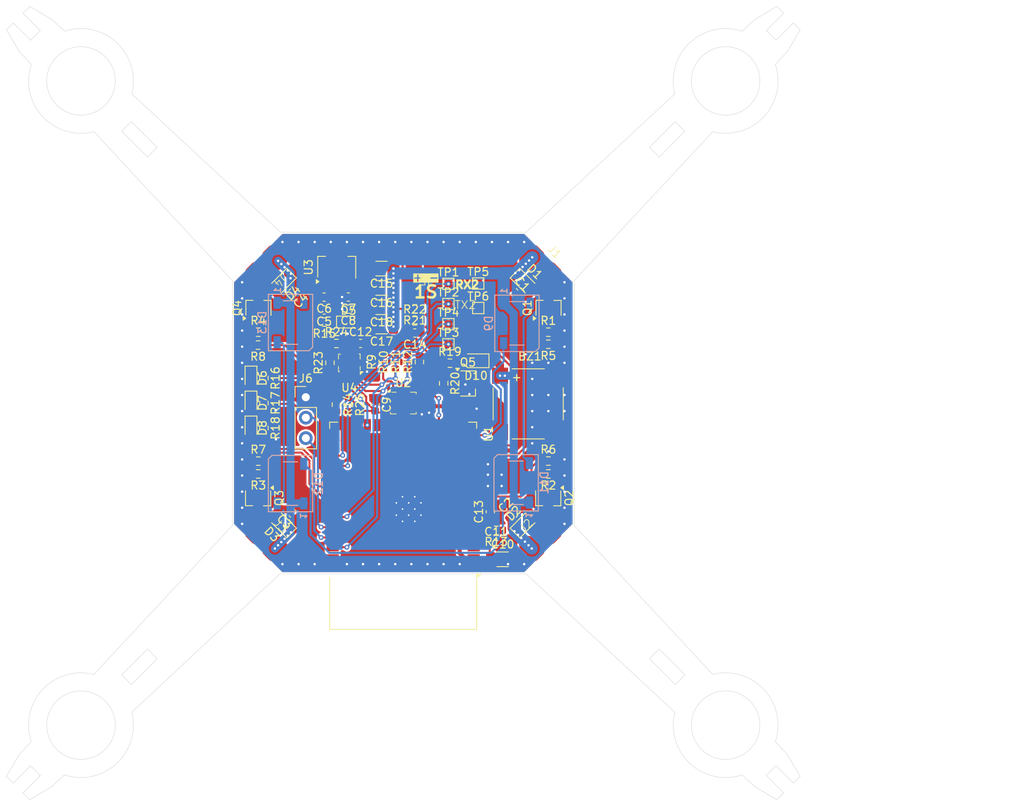
<source format=kicad_pcb>
(kicad_pcb (version 20241229) (generator "pcbnew") (generator_version "9.0")
  (layers (0 "F.Cu" signal) (2 "B.Cu" signal) (13 "F.Paste" user) (15 "B.Paste" user) (5 "F.SilkS" user "F.Silkscreen") (7 "B.SilkS" user "B.Silkscreen") (1 "F.Mask" user) (3 "B.Mask" user) (25 "Edge.Cuts" user))
  (net 0 "")
  (net 1 "Net-(D1-A)")
  (net 2 "VDC")
  (net 3 "Net-(D2-A)")
  (net 4 "Net-(D3-A)")
  (net 5 "Net-(D4-A)")
  (net 6 "GND")
  (net 7 "+3.3V")
  (net 8 "Net-(Q1-G)")
  (net 9 "Net-(Q2-G)")
  (net 10 "Net-(Q3-G)")
  (net 11 "Net-(Q4-G)")
  (net 12 "Motor1Pwm")
  (net 13 "Motor2Pwm")
  (net 14 "Motor3Pwm")
  (net 15 "Motor4Pwm")
  (net 34 "Net-(U1-EN)")
  (net 35 "Net-(U2-SDO)")
  (net 36 "SDA")
  (net 37 "SCL")
  (net 38 "Net-(U2-CSB)")
  (net 39 "IO0")
  (net 40 "Net-(D5-K)")
  (net 41 "Net-(D6-K)")
  (net 42 "Net-(D7-K)")
  (net 43 "Net-(D8-K)")
  (net 44 "RGB")
  (net 45 "LED1")
  (net 46 "LED2")
  (net 47 "LED3")
  (net 48 "Net-(BZ1--)")
  (net 49 "Net-(Q5-G)")
  (net 50 "Buzzer")
  (net 51 "Battery_measure")
  (net 52 "Net-(U4-CSB)")
  (net 53 "Net-(U4-SDO)")
  (net 54 "Net-(D11-DIN)")
  (net 55 "Net-(D11-DOUT)")
  (net 56 "Net-(D12-DOUT)")
  (net 58 "TX0")
  (net 59 "RX0")
  (net 60 "TX2")
  (net 61 "RX2")
  (net 64 "Net-(U1-IO2)")
  (footprint "Capacitor_SMD:C_0603_1608Metric" (layer "F.Cu") (at 130.175 86.84142 180)
    (property "Reference" "C6")
    (property "Value" "100nF")
  )
  (footprint "Resistor_SMD:R_0603_1608Metric" (layer "F.Cu") (at 122 108.800001 180)
    (property "Reference" "R3")
    (property "Value" "10K")
  )
  (footprint "TestPoint:TestPoint_Pad_1.0x1.0mm" (layer "F.Cu") (at 145.6 87.7)
    (property "Reference" "TP2")
    (property "Value" "TestPoint")
  )
  (footprint "Resistor_SMD:R_0603_1608Metric" (layer "F.Cu") (at 122 107.21)
    (property "Reference" "R7")
    (property "Value" "10R")
  )
  (footprint "Capacitor_SMD:C_0603_1608Metric" (layer "F.Cu") (at 134.7 92.6)
    (property "Reference" "C12")
    (property "Value" "100nF")
  )
  (footprint "Resistor_SMD:R_0603_1608Metric" (layer "F.Cu") (at 158 107.2)
    (property "Reference" "R6")
    (property "Value" "10R")
  )
  (footprint "Capacitor_SMD:C_0603_1608Metric" (layer "F.Cu") (at 126.272792 86.272792 -135)
    (property "Reference" "C4")
    (property "Value" "1uF")
  )
  (footprint "TestPoint:TestPoint_Pad_1.0x1.0mm" (layer "F.Cu") (at 149.3 85.15)
    (property "Reference" "TP5")
    (property "Value" "TestPoint")
  )
  (footprint "Resistor_SMD:R_0603_1608Metric" (layer "F.Cu") (at 137.5 94.9 90)
    (property "Reference" "R9")
    (property "Value" "10K")
  )
  (footprint "Capacitor_SMD:C_0603_1608Metric" (layer "F.Cu") (at 153.727208 113.727208 45)
    (property "Reference" "C2")
    (property "Value" "1uF")
  )
  (footprint "Capacitor_SMD:C_1206_3216Metric" (layer "F.Cu") (at 137.300001 90.499999 180)
    (property "Reference" "C17")
    (property "Value" "100uF")
  )
  (footprint "Diode_SMD:D_SOD-323" (layer "F.Cu") (at 155 115 45)
    (property "Reference" "D2")
    (property "Value" "1N4148")
  )
  (footprint "Diode_SMD:D_SOD-323" (layer "F.Cu") (at 155 85 -45)
    (property "Reference" "D1")
    (property "Value" "1N4148")
  )
  (footprint "TiManh:Pad_2x3mm" (layer "F.Cu") (at 157 83 -45)
    (property "Reference" "J1")
    (property "Value" "Motor1")
  )
  (footprint "Capacitor_SMD:C_0603_1608Metric" (layer "F.Cu") (at 141.425 91.3 180)
    (property "Reference" "C14")
    (property "Value" "100nF")
  )
  (footprint "Resistor_SMD:R_0603_1608Metric" (layer "F.Cu") (at 141.425 89.8)
    (property "Reference" "R22")
    (property "Value" "10R")
  )
  (footprint "Capacitor_SMD:C_1206_3216Metric" (layer "F.Cu") (at 137.3 85.699999 180)
    (property "Reference" "C16")
    (property "Value" "100uF")
  )
  (footprint "Resistor_SMD:R_0603_1608Metric" (layer "F.Cu") (at 130.9 95 90)
    (property "Reference" "R23")
    (property "Value" "10K")
  )
  (footprint "Capacitor_SMD:C_0603_1608Metric" (layer "F.Cu") (at 126.272791 113.727209 135)
    (property "Reference" "C3")
    (property "Value" "1uF")
  )
  (footprint "Resistor_SMD:R_0603_1608Metric" (layer "F.Cu") (at 131.7 92.6)
    (property "Reference" "R24")
    (property "Value" "10K")
  )
  (footprint "Diode_SMD:D_SOD-323" (layer "F.Cu") (at 149.02 94.75 180)
    (property "Reference" "D10")
    (property "Value" "1N4148")
  )
  (footprint "Resistor_SMD:R_0603_1608Metric" (layer "F.Cu") (at 158 91.2)
    (property "Reference" "R1")
    (property "Value" "10K")
  )
  (footprint "TestPoint:TestPoint_Pad_1.0x1.0mm" (layer "F.Cu") (at 145.6 90.2)
    (property "Reference" "TP4")
    (property "Value" "TestPoint")
  )
  (footprint "Resistor_SMD:R_0603_1608Metric" (layer "F.Cu") (at 130.2 89.94142 180)
    (property "Reference" "R15")
    (property "Value" "10K")
  )
  (footprint "RF_Module:ESP32-WROOM-32" (layer "F.Cu") (at 139.9825 112.25 180)
    (property "Reference" "U1")
    (property "Value" "ESP32-WROOM-32")
  )
  (footprint "Resistor_SMD:R_0603_1608Metric" (layer "F.Cu") (at 151.525 115.8 180)
    (property "Reference" "R13")
    (property "Value" "10K")
  )
  (footprint "LED_SMD:LED_0603_1608Metric" (layer "F.Cu") (at 121.1 103.1 -90)
    (property "Reference" "D8")
    (property "Value" "LED")
  )
  (footprint "Resistor_SMD:R_0603_1608Metric" (layer "F.Cu") (at 158 92.7 180)
    (property "Reference" "R5")
    (property "Value" "10R")
  )
  (footprint "Capacitor_SMD:C_0603_1608Metric" (layer "F.Cu") (at 133.175001 86.83142 180)
    (property "Reference" "C7")
    (property "Value" "1uF")
  )
  (footprint "TiManh:TSOT-23" (layer "F.Cu") (at 122 111.8 -90)
    (property "Reference" "Q3")
    (property "Value" "NMOS")
  )
  (footprint "Capacitor_SMD:C_0603_1608Metric" (layer "F.Cu") (at 153.758581 86.241419 -45)
    (property "Reference" "C1")
    (property "Value" "1uF")
  )
  (footprint "LED_SMD:LED_0603_1608Metric" (layer "F.Cu") (at 121.1 100 -90)
    (property "Reference" "D7")
    (property "Value" "LED")
  )
  (footprint "TiManh:TSOT-23" (layer "F.Cu") (at 122 88.2 90)
    (property "Reference" "Q4")
    (property "Value" "NMOS")
  )
  (footprint "Diode_SMD:D_SOD-323" (layer "F.Cu") (at 125 115 135)
    (property "Reference" "D3")
    (property "Value" "1N4148")
  )
  (footprint "Package_LGA:Bosch_LGA-8_2x2.5mm_P0.65mm_ClockwisePinNumbering" (layer "F.Cu") (at 133.3 95 180)
    (property "Reference" "U4")
    (property "Value" "BMP280")
  )
  (footprint "Capacitor_SMD:C_0603_1608Metric" (layer "F.Cu") (at 130.175 88.44142 180)
    (property "Reference" "C5")
    (property "Value" "1uF")
  )
  (footprint "TiManh:Pad_2x3mm" (layer "F.Cu") (at 123 117 -45)
    (property "Reference" "J3")
    (property "Value" "Motor3")
  )
  (footprint "Package_TO_SOT_SMD:SOT-89-3" (layer "F.Cu") (at 131.7375 83.14142 90)
    (property "Reference" "U3")
    (property "Value" "HT7833")
  )
  (footprint "TiManh:Pad_2x3mm" (layer "F.Cu") (at 123 83 -135)
    (property "Reference" "J4")
    (property "Value" "Motor4")
  )
  (footprint "Resistor_SMD:R_0603_1608Metric" (layer "F.Cu") (at 145.785 95.05)
    (property "Reference" "R19")
    (property "Value" "10R")
  )
  (footprint "Resistor_SMD:R_0603_1608Metric" (layer "F.Cu") (at 141.425 88.3 180)
    (property "Reference" "R21")
    (property "Value" "10R")
  )
  (footprint "Resistor_SMD:R_0603_1608Metric" (layer "F.Cu") (at 158 108.8 180)
    (property "Reference" "R2")
    (property "Value" "10K")
  )
  (footprint "Capacitor_SMD:C_1206_3216Metric" (layer "F.Cu") (at 137.3 83.3 180)
    (property "Reference" "C15")
    (property "Value" "100uF")
  )
  (footprint "Resistor_SMD:R_0603_1608Metric" (layer "F.Cu") (at 122.7 103.1 -90)
    (property "Reference" "R18")
    (property "Value" "10K")
  )
  (footprint "Resistor_SMD:R_0603_1608Metric" (layer "F.Cu") (at 131.7 100.2 -90)
    (property "Reference" "R14")
    (property "Value" "10K")
  )
  (footprint "Resistor_SMD:R_0603_1608Metric" (layer "F.Cu") (at 145.01 97.55 -90)
    (property "Reference" "R20")
    (property "Value" "10K")
  )
  (footprint "Resistor_SMD:R_0603_1608Metric" (layer "F.Cu") (at 139 94.9 90)
    (property "Reference" "R10")
    (property "Value" "4.7K")
  )
  (footprint "Capacitor_SMD:C_0603_1608Metric" (layer "F.Cu") (at 151.5 117.4)
    (property "Reference" "C11")
    (property "Value" "1uF")
  )
  (footprint "TiManh:Pad_2x3mm" (layer "F.Cu") (at 157 117 45)
    (property "Reference" "J2")
    (property "Value" "Motor2")
  )
  (footprint "Capacitor_SMD:C_1206_3216Metric" (layer "F.Cu") (at 137.3 88.099999 180)
    (property "Reference" "C18")
    (property "Value" "100uF")
  )
  (footprint "TestPoint:TestPoint_Pad_1.0x1.0mm" (layer "F.Cu") (at 145.6 85.2)
    (property "Reference" "TP1")
    (property "Value" "TestPoint")
  )
  (footprint "Package_LGA:Bosch_LGA-14_3x2.5mm_P0.5mm" (layer "F.Cu") (at 140 100)
    (property "Reference" "U2")
    (property "Value" "BMI160")
  )
  (footprint "Resistor_SMD:R_0603_1608Metric" (layer "F.Cu") (at 142 94.9 90)
    (property "Reference" "R12")
    (property "Value" "10K")
  )
  (footprint "Resistor_SMD:R_0603_1608Metric" (layer "F.Cu") (at 140.5 94.9 90)
    (property "Reference" "R11")
    (property "Value" "4.7K")
  )
  (footprint "Capacitor_SMD:C_1206_3216Metric" (layer "F.Cu") (at 152.325 119.4)
    (property "Reference" "C10")
    (property "Value" "100uF")
  )
  (footprint "Resistor_SMD:R_0603_1608Metric" (layer "F.Cu") (at 122 91.2)
    (property "Reference" "R4")
    (property "Value" "10K")
  )
  (footprint "TiManh:Pad_2x3mm" (layer "F.Cu") (at 142.8 82.3 180)
    (property "Reference" "J5")
    (property "Value" "Power")
  )
  (footprint "LED_SMD:LED_0603_1608Metric" (layer "F.Cu") (at 121.1 96.9 -90)
    (property "Reference" "D6")
    (property "Value" "LED")
  )
  (footprint "Resistor_SMD:R_0603_1608Metric" (layer "F.Cu") (at 121.975 92.8 180)
    (property "Reference" "R8")
    (property "Value" "10R")
  )
  (footprint "Connector_PinHeader_2.54mm:PinHeader_1x03_P2.54mm_Vertical" (layer "F.Cu") (at 127.9 99.275)
    (property "Reference" "J6")
    (property "Value" "Conn_01x03")
  )
  (footprint "Capacitor_SMD:C_0603_1608Metric" (layer "F.Cu") (at 133.175 88.34142 180)
    (property "Reference" "C8")
    (property "Value" "100nF")
  )
  (footprint "Resistor_SMD:R_0603_1608Metric" (layer "F.Cu") (at 122.7 100 -90)
    (property "Reference" "R17")
    (property "Value" "10K")
  )
  (footprint "Resistor_SMD:R_0603_1608Metric" (layer "F.Cu") (at 122.7 96.9 -90)
    (property "Reference" "R16")
    (property "Value" "10K")
  )
  (footprint "Diode_SMD:D_SOD-323" (layer "F.Cu") (at 125 85 -135)
    (property "Reference" "D4")
    (property "Value" "1N4148")
  )
  (footprint "Capacitor_SMD:C_0603_1608Metric" (layer "F.Cu") (at 150.8 113.5 90)
    (property "Reference" "C13")
    (property "Value" "100nF")
  )
  (footprint "Resistor_SMD:R_0603_1608Metric" (layer "F.Cu") (at 133.2 100.2 -90)
    (property "Reference" "R25")
    (property "Value" "10K")
  )
  (footprint "Capacitor_SMD:C_0603_1608Metric" (layer "F.Cu") (at 136.5 100.2 -90)
    (property "Reference" "C9")
    (property "Value" "100nF")
  )
  (footprint "TiManh:TSOT-23" (layer "F.Cu") (at 158 111.8 -90)
    (property "Reference" "Q2")
    (property "Value" "NMOS")
  )
  (footprint "TestPoint:TestPoint_Pad_1.0x1.0mm" (layer "F.Cu") (at 149.3 88.2)
    (property "Reference" "TP6")
    (property "Value" "TestPoint")
  )
  (footprint "LED_SMD:LED_0603_1608Metric" (layer "F.Cu") (at 133.2 89.94142)
    (property "Reference" "D5")
    (property "Value" "LED")
  )
  (footprint "TiManh:TSOT-23" (layer "F.Cu") (at 148.01 97.55)
    (property "Reference" "Q5")
    (property "Value" "NMOS")
  )
  (footprint "TestPoint:TestPoint_Pad_1.0x1.0mm" (layer "F.Cu") (at 145.6 92.7)
    (property "Reference" "TP3")
    (property "Value" "TestPoint")
  )
  (footprint "Buzzer_Beeper:PUIAudio_SMT_0825_S_4_R" (layer "F.Cu") (at 155.5 100.1)
    (property "Reference" "BZ1")
    (property "Value" "Buzzer")
  )
  (footprint "TiManh:TSOT-23" (layer "F.Cu") (at 158 88.2 90)
    (property "Reference" "Q1")
    (property "Value" "NMOS")
  )
  (footprint "LED_SMD:LED_WS2812B_PLCC4_5.0x5.0mm_P3.2mm" (layer "B.Cu") (at 126 110 90)
    (property "Reference" "D12")
    (property "Value" "WS2812B")
  )
  (footprint "LED_SMD:LED_WS2812B_PLCC4_5.0x5.0mm_P3.2mm" (layer "B.Cu") (at 154.1 90.1 -90)
    (property "Reference" "D9")
    (property "Value" "WS2812B")
  )
  (footprint "LED_SMD:LED_WS2812B_PLCC4_5.0x5.0mm_P3.2mm" (layer "B.Cu") (at 126 90 -90)
    (property "Reference" "D13")
    (property "Value" "WS2812B")
  )
  (footprint "LED_SMD:LED_WS2812B_PLCC4_5.0x5.0mm_P3.2mm" (layer "B.Cu") (at 154 109.9 90)
    (property "Reference" "D11")
    (property "Value" "WS2812B")
  )
  (gr_line (start 131.7 117.9) (end 131.4 118.1) (stroke (width 0.2)) (layer "F.Cu") (net 37))
  (gr_arc (start 97.959456 53.8286) (mid 104.431073 55.244415) (end 106.3 61.6) (stroke (width 0.05)) (layer "Edge.Cuts"))
  (gr_line (start 186.35 149.25) (end 187.200001 148.4) (stroke (width 0.05)) (layer "Edge.Cuts"))
  (gr_line (start 155.2 78.8) (end 173.7 61.6) (stroke (width 0.05)) (layer "Edge.Cuts"))
  (gr_line (start 187.2 51.6) (end 186.35 50.75) (stroke (width 0.05)) (layer "Edge.Cuts"))
  (gr_arc (start 186.1714 57.959456) (mid 184.755585 64.431073) (end 178.4 66.3) (stroke (width 0.05)) (layer "Edge.Cuts"))
  (gr_line (start 189.25 146.35) (end 187.65 143.65) (stroke (width 0.05)) (layer "Edge.Cuts"))
  (gr_line (start 109.45 131.75) (end 108.25 130.55) (stroke (width 0.05)) (layer "Edge.Cuts"))
  (gr_line (start 161.2 115.2) (end 178.4 133.699999) (stroke (width 0.05)) (layer "Edge.Cuts"))
  (gr_line (start 174.95 133.75) (end 171.75 130.55) (stroke (width 0.05)) (layer "Edge.Cuts"))
  (gr_line (start 161.2 84.8) (end 178.4 66.3) (stroke (width 0.05)) (layer "Edge.Cuts"))
  (gr_line (start 186.25 54.95) (end 188.4 52.8) (stroke (width 0.05)) (layer "Edge.Cuts"))
  (gr_arc (start 178.4 133.699999) (mid 184.760947 135.574687) (end 186.166441 142.05548) (stroke (width 0.05)) (layer "Edge.Cuts"))
  (gr_line (start 185.05 53.75) (end 187.2 51.6) (stroke (width 0.05)) (layer "Edge.Cuts"))
  (gr_line (start 170.55 131.75) (end 173.75 134.949999) (stroke (width 0.05)) (layer "Edge.Cuts"))
  (gr_line (start 97.94452 146.166441) (end 96.35 147.65) (stroke (width 0.05)) (layer "Edge.Cuts"))
  (gr_line (start 105.05 66.25) (end 106.25 65.050001) (stroke (width 0.05)) (layer "Edge.Cuts"))
  (gr_line (start 186.25 145.05) (end 188.4 147.2) (stroke (width 0.05)) (layer "Edge.Cuts"))
  (gr_line (start 93.65 149.25) (end 96.35 147.65) (stroke (width 0.05)) (layer "Edge.Cuts"))
  (gr_line (start 185.050001 146.25) (end 187.200001 148.4) (stroke (width 0.05)) (layer "Edge.Cuts"))
  (gr_line (start 92.345041 143.635064) (end 90.75 146.35) (stroke (width 0.05)) (layer "Edge.Cuts"))
  (gr_line (start 108.25 130.55) (end 105.050001 133.75) (stroke (width 0.05)) (layer "Edge.Cuts"))
  (gr_line (start 90.75 146.35) (end 91.6 147.200001) (stroke (width 0.05)) (layer "Edge.Cuts"))
  (gr_arc (start 182.040544 146.1714) (mid 175.568927 144.755585) (end 173.7 138.4) (stroke (width 0.05)) (layer "Edge.Cuts"))
  (gr_line (start 118.8 115.2) (end 101.6 133.7) (stroke (width 0.05)) (layer "Edge.Cuts"))
  (gr_line (start 182.05548 53.833559) (end 183.65 52.35) (stroke (width 0.05)) (layer "Edge.Cuts"))
  (gr_line (start 183.635064 147.654959) (end 186.35 149.25) (stroke (width 0.05)) (layer "Edge.Cuts"))
  (gr_line (start 173.75 65.05) (end 174.95 66.25) (stroke (width 0.05)) (layer "Edge.Cuts"))
  (gr_line (start 124.7 121.2) (end 155.2 121.2) (stroke (width 0.05)) (layer "Edge.Cuts"))
  (gr_line (start 93.75 54.95) (end 94.949999 53.75) (stroke (width 0.05)) (layer "Edge.Cuts"))
  (gr_line (start 96.364936 52.345041) (end 93.65 50.75) (stroke (width 0.05)) (layer "Edge.Cuts"))
  (gr_line (start 155.2 121.2) (end 173.7 138.4) (stroke (width 0.05)) (layer "Edge.Cuts"))
  (gr_line (start 124.8 78.8) (end 106.3 61.6) (stroke (width 0.05)) (layer "Edge.Cuts"))
  (gr_line (start 118.8 84.8) (end 101.6 66.300001) (stroke (width 0.05)) (layer "Edge.Cuts"))
  (gr_line (start 161.2 84.8) (end 161.2 115.2) (stroke (width 0.05)) (layer "Edge.Cuts"))
  (gr_circle (center 100 60) (end 100 55.75) (stroke (width 0.05)) (fill no) (layer "Edge.Cuts"))
  (gr_line (start 91.6 52.8) (end 90.75 53.65) (stroke (width 0.05)) (layer "Edge.Cuts"))
  (gr_line (start 92.8 148.4) (end 93.65 149.25) (stroke (width 0.05)) (layer "Edge.Cuts"))
  (gr_circle (center 180 60) (end 184.25 60) (stroke (width 0.05)) (fill no) (layer "Edge.Cuts"))
  (gr_line (start 171.75 130.55) (end 170.55 131.75) (stroke (width 0.05)) (layer "Edge.Cuts"))
  (gr_arc (start 101.6 66.300001) (mid 95.239053 64.425313) (end 93.833559 57.94452) (stroke (width 0.05)) (layer "Edge.Cuts"))
  (gr_line (start 118.8 115.2) (end 118.8 84.8) (stroke (width 0.05)) (layer "Edge.Cuts"))
  (gr_line (start 185.05 53.75) (end 186.25 54.95) (stroke (width 0.05)) (layer "Edge.Cuts"))
  (gr_line (start 174.95 133.75) (end 173.75 134.949999) (stroke (width 0.05)) (layer "Edge.Cuts"))
  (gr_line (start 94.949999 53.75) (end 92.799999 51.6) (stroke (width 0.05)) (layer "Edge.Cuts"))
  (gr_line (start 92.345041 143.635064) (end 93.8286 142.040544) (stroke (width 0.05)) (layer "Edge.Cuts"))
  (gr_line (start 93.65 50.75) (end 92.799999 51.6) (stroke (width 0.05)) (layer "Edge.Cuts"))
  (gr_line (start 93.833559 57.94452) (end 92.35 56.35) (stroke (width 0.05)) (layer "Edge.Cuts"))
  (gr_line (start 106.25 134.95) (end 109.45 131.75) (stroke (width 0.05)) (layer "Edge.Cuts"))
  (gr_line (start 90.75 53.65) (end 92.35 56.35) (stroke (width 0.05)) (layer "Edge.Cuts"))
  (gr_line (start 94.95 146.25) (end 92.8 148.4) (stroke (width 0.05)) (layer "Edge.Cuts"))
  (gr_arc (start 93.8286 142.040544) (mid 95.244415 135.568927) (end 101.6 133.7) (stroke (width 0.05)) (layer "Edge.Cuts"))
  (gr_line (start 188.4 147.2) (end 189.25 146.35) (stroke (width 0.05)) (layer "Edge.Cuts"))
  (gr_line (start 170.55 68.25) (end 171.75 69.45) (stroke (width 0.05)) (layer "Edge.Cuts"))
  (gr_line (start 94.95 146.25) (end 93.75 145.050001) (stroke (width 0.05)) (layer "Edge.Cuts"))
  (gr_line (start 187.654959 56.364936) (end 186.1714 57.959456) (stroke (width 0.05)) (layer "Edge.Cuts"))
  (gr_line (start 105.05 66.25) (end 108.25 69.45) (stroke (width 0.05)) (layer "Edge.Cuts"))
  (gr_line (start 124.8 78.8) (end 155.2 78.8) (stroke (width 0.05)) (layer "Edge.Cuts"))
  (gr_line (start 186.166441 142.05548) (end 187.65 143.65) (stroke (width 0.05)) (layer "Edge.Cuts"))
  (gr_line (start 106.25 134.95) (end 105.050001 133.75) (stroke (width 0.05)) (layer "Edge.Cuts"))
  (gr_line (start 124.7 121.2) (end 106.300001 138.4) (stroke (width 0.05)) (layer "Edge.Cuts"))
  (gr_line (start 171.75 69.45) (end 174.95 66.25) (stroke (width 0.05)) (layer "Edge.Cuts"))
  (gr_line (start 186.25 145.05) (end 185.050001 146.25) (stroke (width 0.05)) (layer "Edge.Cuts"))
  (gr_line (start 186.35 50.75) (end 183.65 52.35) (stroke (width 0.05)) (layer "Edge.Cuts"))
  (gr_circle (center 180 140) (end 180 144.25) (stroke (width 0.05)) (fill no) (layer "Edge.Cuts"))
  (gr_arc (start 106.300001 138.4) (mid 104.425313 144.760947) (end 97.94452 146.166441) (stroke (width 0.05)) (layer "Edge.Cuts"))
  (gr_line (start 108.25 69.45) (end 109.45 68.25) (stroke (width 0.05)) (layer "Edge.Cuts"))
  (gr_line (start 109.45 68.25) (end 106.25 65.050001) (stroke (width 0.05)) (layer "Edge.Cuts"))
  (gr_line (start 183.635064 147.654959) (end 182.040544 146.1714) (stroke (width 0.05)) (layer "Edge.Cuts"))
  (gr_line (start 189.25 53.65) (end 188.4 52.8) (stroke (width 0.05)) (layer "Edge.Cuts"))
  (gr_line (start 93.75 54.95) (end 91.6 52.8) (stroke (width 0.05)) (layer "Edge.Cuts"))
  (gr_line (start 173.75 65.05) (end 170.55 68.25) (stroke (width 0.05)) (layer "Edge.Cuts"))
  (gr_circle (center 100 140) (end 95.75 140) (stroke (width 0.05)) (fill no) (layer "Edge.Cuts"))
  (gr_arc (start 173.7 61.6) (mid 175.574688 55.239054) (end 182.05548 53.833559) (stroke (width 0.05)) (layer "Edge.Cuts"))
  (gr_line (start 96.364936 52.345041) (end 97.959456 53.8286) (stroke (width 0.05)) (layer "Edge.Cuts"))
  (gr_line (start 93.75 145.050001) (end 91.6 147.200001) (stroke (width 0.05)) (layer "Edge.Cuts"))
  (gr_line (start 187.654959 56.364936) (end 189.25 53.65) (stroke (width 0.05)) (layer "Edge.Cuts"))
  (gr_text "1S" (at 142.8 86.2 0) (layer "F.SilkS") (effects (font (size 1.5 1.5) (thickness 0.3) (bold yes))))
  (gr_text "TX2" (at 146.3 88.4 0) (layer "F.SilkS") (effects (font (size 1 1) (thickness 0.1)) (justify left bottom)))
  (gr_text "RX2" (at 146.3 85.9 0) (layer "F.SilkS") (effects (font (size 1 1) (thickness 0.25) (bold yes)) (justify left bottom)))
  (gr_text "+ -" (at 142.8 84.4 0) (layer "F.SilkS" knockout) (effects (font (size 1 1))))
  (segment (start 158 86.89) (end 158 84.12132) (width 1) (layer "F.Cu") (net 1))
  (segment (start 158 84.12132) (end 158.06066 84.06066) (width 1) (layer "F.Cu") (net 1))
  (segment (start 155.331893 86.789427) (end 158.06066 84.06066) (width 1) (layer "F.Cu") (net 1))
  (segment (start 154.306589 86.789427) (end 155.331893 86.789427) (width 1) (layer "F.Cu") (net 1))
  (segment (start 138.7 81.3) (end 140.3 81.3) (width 1.5) (layer "F.Cu") (net 2))
  (segment (start 138.775001 90.499999) (end 138.775001 89.9) (width 1.5) (layer "F.Cu") (net 2))
  (segment (start 126.8208 85.724784) (end 126.8208 84.69948) (width 1) (layer "F.Cu") (net 2))
  (segment (start 152 95.3) (end 152 96.6) (width 1) (layer "F.Cu") (net 2))
  (segment (start 155.48934 117.61066) (end 153.78934 115.91066) (width 1) (layer "F.Cu") (net 2))
  (segment (start 138.775001 81.375001) (end 138.7 81.3) (width 1.5) (layer "F.Cu") (net 2))
  (segment (start 126.8208 84.69948) (end 126.06066 83.93934) (width 1) (layer "F.Cu") (net 2))
  (segment (start 126.820799 115.300521) (end 126.06066 116.06066) (width 1) (layer "F.Cu") (net 2))
  (segment (start 126.06066 83.93934) (end 124.06066 81.93934) (width 1) (layer "F.Cu") (net 2))
  (segment (start 131.7375 85.00392) (end 131.7375 85.555802) (width 0.5) (layer "F.Cu") (net 2))
  (segment (start 138.775001 88.1) (end 138.775001 87.5) (width 1.5) (layer "F.Cu") (net 2))
  (segment (start 138.775001 84.5) (end 138.775001 83.9) (width 1.5) (layer "F.Cu") (net 2))
  (segment (start 126.20858 83.49142) (end 125.91066 83.78934) (width 1.5) (layer "F.Cu") (net 2))
  (segment (start 130.95 86.343302) (end 130.95 88.44142) (width 0.5) (layer "F.Cu") (net 2))
  (segment (start 131.7375 85.00392) (end 131.7375 84.273484) (width 1.5) (layer "F.Cu") (net 2))
  (segment (start 124.86066 117.26066) (end 124.46066 117.66066) (width 1) (layer "F.Cu") (net 2))
  (segment (start 131.6375 84.173484) (end 130.955436 83.49142) (width 1.5) (layer "F.Cu") (net 2))
  (segment (start 140.6 88.3) (end 138.975001 88.3) (width 0.25) (layer "F.Cu") (net 2))
  (segment (start 138.775001 85.1) (end 138.775001 84.5) (width 1.5) (layer "F.Cu") (net 2))
  (segment (start 131.7375 84.273484) (end 131.7375 82.7625) (width 1.5) (layer "F.Cu") (net 2))
  (segment (start 140.3 81.3) (end 141.3 82.3) (width 1.5) (layer "F.Cu") (net 2))
  (segment (start 131.7375 85.00392) (end 131.6375 84.90392) (width 1.5) (layer "F.Cu") (net 2))
  (segment (start 138.775001 89.9) (end 138.775001 89.3) (width 1.5) (layer "F.Cu") (net 2))
  (segment (start 153.78934 115.91066) (end 153.45 115.57132) (width 1) (layer "F.Cu") (net 2))
  (segment (start 131.6375 84.90392) (end 131.6375 84.173484) (width 1.5) (layer "F.Cu") (net 2))
  (segment (start 125.66066 116.46066) (end 125.26066 116.86066) (width 1) (layer "F.Cu") (net 2))
  (segment (start 130.955436 83.49142) (end 126.20858 83.49142) (width 1.5) (layer "F.Cu") (net 2))
  (segment (start 153.45 114.546016) (end 153.1792 114.275216) (width 1) (layer "F.Cu") (net 2))
  (segment (start 138.975001 88.3) (end 138.775 88.099999) (width 0.25) (layer "F.Cu") (net 2))
  (segment (start 153.210573 84.668107) (end 155.93934 81.93934) (width 1) (layer "F.Cu") (net 2))
  (segment (start 150.07 94.75) (end 151.45 94.75) (width 1) (layer "F.Cu") (net 2))
  (segment (start 138.775001 83.9) (end 138.775001 83.3) (width 1.5) (layer "F.Cu") (net 2))
  (segment (start 138.775001 86.3) (end 138.775001 85.7) (width 1.5) (layer "F.Cu") (net 2))
  (segment (start 138.775001 86.9) (end 138.775001 86.3) (width 1.5) (layer "F.Cu") (net 2))
  (segment (start 126.820799 114.275217) (end 126.820799 115.300521) (width 1) (layer "F.Cu") (net 2))
  (segment (start 138.775001 87.5) (end 138.775001 86.9) (width 1.5) (layer "F.Cu") (net 2))
  (segment (start 125.26066 116.86066) (end 124.86066 117.26066) (width 1) (layer "F.Cu") (net 2))
  (segment (start 153.45 115.57132) (end 153.45 114.546016) (width 1) (layer "F.Cu") (net 2))
  (segment (start 138.775001 85.7) (end 138.775001 85.1) (width 1.5) (layer "F.Cu") (net 2))
  (segment (start 138.775001 88.7) (end 138.775001 88.1) (width 1.5) (layer "F.Cu") (net 2))
  (segment (start 126.06066 116.06066) (end 125.66066 116.46066) (width 1) (layer "F.Cu") (net 2))
  (segment (start 131.7375 82.7625) (end 133.2 81.3) (width 1.5) (layer "F.Cu") (net 2))
  (segment (start 153.210573 85.693411) (end 153.210573 84.668107) (width 1) (layer "F.Cu") (net 2))
  (segment (start 131.7375 85.555802) (end 130.95 86.343302) (width 0.5) (layer "F.Cu") (net 2))
  (segment (start 124.46066 117.66066) (end 124.06066 118.06066) (width 1) (layer "F.Cu") (net 2))
  (segment (start 151.45 94.75) (end 152 95.3) (width 1) (layer "F.Cu") (net 2))
  (segment (start 138.775001 83.3) (end 138.775001 81.375001) (width 1.5) (layer "F.Cu") (net 2))
  (segment (start 138.775001 89.3) (end 138.775001 88.7) (width 1.5) (layer "F.Cu") (net 2))
  (segment (start 133.2 81.3) (end 138.7 81.3) (width 1.5) (layer "F.Cu") (net 2))
  (segment (start 155.48934 117.61066) (end 155.93934 118.06066) (width 1) (layer "F.Cu") (net 2))
  (via (at 154.4 83.5) (size 0.6) (drill 0.3) (layers "F.Cu" "B.Cu") (net 2))
  (via (at 153.9 83.85) (size 0.6) (drill 0.3) (layers "F.Cu" "B.Cu") (net 2))
  (via (at 155.08934 117.21066) (size 0.6) (drill 0.3) (layers "F.Cu" "B.Cu") (net 2))
  (via (at 138.775001 89.9) (size 0.6) (drill 0.3) (layers "F.Cu" "B.Cu") (net 2))
  (via (at 125.66066 83.53934) (size 0.6) (drill 0.3) (layers "F.Cu" "B.Cu") (net 2))
  (via (at 138.775001 85.1) (size 0.6) (drill 0.3) (layers "F.Cu" "B.Cu") (net 2))
  (via (at 126.06066 83.93934) (size 0.6) (drill 0.3) (layers "F.Cu" "B.Cu") (net 2))
  (via (at 138.775001 86.3) (size 0.6) (drill 0.3) (layers "F.Cu" "B.Cu") (net 2))
  (via (at 155.6 82.3) (size 0.6) (drill 0.3) (layers "F.Cu" "B.Cu") (net 2))
  (via (at 156 81.9) (size 0.6) (drill 0.3) (layers "F.Cu" "B.Cu") (net 2))
  (via (at 138.775001 85.7) (size 0.6) (drill 0.3) (layers "F.Cu" "B.Cu") (net 2))
  (via (at 124.86066 82.73934) (size 0.6) (drill 0.3) (layers "F.Cu" "B.Cu") (net 2))
  (via (at 153.78934 115.91066) (size 0.6) (drill 0.3) (layers "F.Cu" "B.Cu") (net 2))
  (via (at 138.775001 83.3) (size 0.6) (drill 0.3) (layers "F.Cu" "B.Cu") (net 2))
  (via (at 124.86066 117.26066) (size 0.6) (drill 0.3) (layers "F.Cu" "B.Cu") (net 2))
  (via (at 152.6 96.6) (size 0.6) (drill 0.3) (layers "F.Cu" "B.Cu") (net 2))
  (via (at 138.775001 86.9) (size 0.6) (drill 0.3) (layers "F.Cu" "B.Cu") (net 2))
  (via (at 155.93934 118.06066) (size 0.6) (drill 0.3) (layers "F.Cu" "B.Cu") (net 2))
  (via (at 138.775001 83.9) (size 0.6) (drill 0.3) (layers "F.Cu" "B.Cu") (net 2))
  (via (at 138.775001 89.3) (size 0.6) (drill 0.3) (layers "F.Cu" "B.Cu") (net 2))
  (via (at 155.2 82.7) (size 0.6) (drill 0.3) (layers "F.Cu" "B.Cu") (net 2))
  (via (at 154.8 83.1) (size 0.6) (drill 0.3) (layers "F.Cu" "B.Cu") (net 2))
  (via (at 125.26066 83.13934) (size 0.6) (drill 0.3) (layers "F.Cu" "B.Cu") (net 2))
  (via (at 125.66066 116.46066) (size 0.6) (drill 0.3) (layers "F.Cu" "B.Cu") (net 2))
  (via (at 126 84.5) (size 0.6) (drill 0.3) (layers "F.Cu" "B.Cu") (net 2))
  (via (at 124.46066 82.33934) (size 0.6) (drill 0.3) (layers "F.Cu" "B.Cu") (net 2))
  (via (at 126.06066 116.06066) (size 0.6) (drill 0.3) (layers "F.Cu" "B.Cu") (net 2))
  (via (at 154.63934 116.76066) (size 0.6) (drill 0.3) (layers "F.Cu" "B.Cu") (net 2))
  (via (at 138.775001 90.499999) (size 0.6) (drill 0.3) (layers "F.Cu" "B.Cu") (net 2))
  (via (at 138.775001 84.5) (size 0.6) (drill 0.3) (layers "F.Cu" "B.Cu") (net 2))
  (via (at 125.26066 116.86066) (size 0.6) (drill 0.3) (layers "F.Cu" "B.Cu") (net 2))
  (via (at 138.775001 88.7) (size 0.6) (drill 0.3) (layers "F.Cu" "B.Cu") (net 2))
  (via (at 155.53934 117.66066) (size 0.6) (drill 0.3) (layers "F.Cu" "B.Cu") (net 2))
  (via (at 152 96.6) (size 0.6) (drill 0.3) (layers "F.Cu" "B.Cu") (net 2))
  (via (at 154.23934 116.36066) (size 0.6) (drill 0.3) (layers "F.Cu" "B.Cu") (net 2))
  (via (at 124.46066 117.66066) (size 0.6) (drill 0.3) (layers "F.Cu" "B.Cu") (net 2))
  (via (at 124.06066 118.06066) (size 0.6) (drill 0.3) (layers "F.Cu" "B.Cu") (net 2))
  (via (at 138.775001 88.1) (size 0.6) (drill 0.3) (layers "F.Cu" "B.Cu") (net 2))
  (via (at 138.775001 87.5) (size 0.6) (drill 0.3) (layers "F.Cu" "B.Cu") (net 2))
  (segment (start 153.85 112.4) (end 153.7 112.25) (width 1) (layer "B.Cu") (net 2))
  (segment (start 154.8 83.1) (end 155.2 82.7) (width 1.5) (layer "B.Cu") (net 2))
  (segment (start 155.48934 117.61066) (end 155.53934 117.66066) (width 1.5) (layer "B.Cu") (net 2))
  (segment (start 154.53934 116.66066) (end 154.23934 116.36066) (width 1.5) (layer "B.Cu") (net 2))
  (segment (start 138.775001 88) (end 138.775001 87.5) (width 1.5) (layer "B.Cu") (net 2))
  (segment (start 155.65 112.35) (end 153.9 112.35) (width 1) (layer "B.Cu") (net 2))
  (segment (start 125.91066 83.78934) (end 126 83.87868) (width 1) (layer "B.Cu") (net 2))
  (segment (start 125.26066 83.13934) (end 125.56066 83.43934) (width 1) (layer "B.Cu") (net 2))
  (segment (start 126 87.6) (end 126 112.4) (width 1) (layer "B.Cu") (net 2))
  (segment (start 124.76066 117.36066) (end 124.41066 117.71066) (width 1) (layer "B.Cu") (net 2))
  (segment (start 155.53934 117.66066) (end 155.58934 117.71066) (width 1.5) (layer "B.Cu") (net 2))
  (segment (start 153.85 115.97132) (end 154.23934 116.36066) (width 1.5) (layer "B.Cu") (net 2))
  (segment (start 126 83.87868) (end 126 84.5) (width 1) (layer "B.Cu") (net 2))
  (segment (start 155.6 82.3) (end 156 81.9) (width 1.5) (layer "B.Cu") (net 2))
  (segment (start 125.66066 83.53934) (end 125.91066 83.78934) (width 1) (layer "B.Cu") (net 2))
  (segment (start 153.7 112.25) (end 153.7 96.6) (width 1) (layer "B.Cu") (net 2))
  (segment (start 154.63934 116.76066) (end 154.53934 116.66066) (width 1.5) (layer "B.Cu") (net 2))
  (segment (start 138.775001 86) (end 138.775001 85.5) (width 1.5) (layer "B.Cu") (net 2))
  (segment (start 153.85 115.3) (end 153.85 112.4) (width 1.5) (layer "B.Cu") (net 2))
  (segment (start 154.4 83.5) (end 154.8 83.1) (width 1.5) (layer "B.Cu") (net 2))
  (segment (start 153.7 96.6) (end 153.7 88.9) (width 1) (layer "B.Cu") (net 2))
  (segment (start 152 96.6) (end 153.7 96.6) (width 1) (layer "B.Cu") (net 2))
  (segment (start 124.46066 82.33934) (end 124.86066 82.73934) (width 1) (layer "B.Cu") (net 2))
  (segment (start 138.775001 90) (end 138.775001 90.499999) (width 1.5) (layer "B.Cu") (net 2))
  (segment (start 138.775001 84.224999) (end 139.1 83.9) (width 1.5) (layer "B.Cu") (net 2))
  (segment (start 152.4 83.85) (end 152.45 83.9) (width 1.5) (layer "B.Cu") (net 2))
  (segment (start 125.46066 116.66066) (end 125.11066 117.01066) (width 1) (layer "B.Cu") (net 2))
  (segment (start 125.56066 83.43934) (end 125.66066 83.53934) (width 1) (layer "B.Cu") (net 2))
  (segment (start 154.05 83.85) (end 154.4 83.5) (width 1.5) (layer "B.Cu") (net 2))
  (segment (start 153.85 115.3) (end 153.85 115.97132) (width 1.5) (layer "B.Cu") (net 2))
  (segment (start 138.775001 88.5) (end 138.775001 88) (width 1.5) (layer "B.Cu") (net 2))
  (segment (start 138.775001 89.6) (end 138.775001 89.5) (width 1.5) (layer "B.Cu") (net 2))
  (segment (start 152.45 83.9) (end 152.45 87.65) (width 1.5) (layer "B.Cu") (net 2))
  (segment (start 154.88934 117.01066) (end 154.63934 116.76066) (width 1.5) (layer "B.Cu") (net 2))
  (segment (start 126.05 112.45) (end 126 112.4) (width 1) (layer "B.Cu") (net 2))
  (segment (start 155.23934 117.36066) (end 155.08934 117.21066) (width 1.5) (layer "B.Cu") (net 2))
  (segment (start 138.775001 89.6) (end 138.775001 90) (width 1.5) (layer "B.Cu") (net 2))
  (segment (start 126 84.5) (end 126 87.6) (width 1) (layer "B.Cu") (net 2))
  (segment (start 138.775001 89) (end 138.775001 88.5) (width 1.5) (layer "B.Cu") (net 2))
  (segment (start 138.775001 84.5) (end 138.775001 84.224999) (width 1.5) (layer "B.Cu") (net 2))
  (segment (start 125.21066 83.08934) (end 125.26066 83.13934) (width 1) (layer "B.Cu") (net 2))
  (segment (start 153.9 112.35) (end 153.85 112.4) (width 1) (layer "B.Cu") (net 2))
  (segment (start 138.775001 86.5) (end 138.775001 86) (width 1.5) (layer "B.Cu") (net 2))
  (segment (start 155.08934 117.21066) (end 154.88934 117.01066) (width 1.5) (layer "B.Cu") (net 2))
  (segment (start 138.775001 89.5) (end 138.775001 89) (width 1.5) (layer "B.Cu") (net 2))
  (segment (start 125.81066 116.31066) (end 125.46066 116.66066) (width 1) (layer "B.Cu") (net 2))
  (segment (start 138.775001 87) (end 138.775001 86.5) (width 1.5) (layer "B.Cu") (net 2))
  (segment (start 125.11066 117.01066) (end 124.76066 117.36066) (width 1) (layer "B.Cu") (net 2))
  (segment (start 155.2 82.7) (end 155.6 82.3) (width 1.5) (layer "B.Cu") (net 2))
  (segment (start 127.65 112.45) (end 126.05 112.45) (width 1) (layer "B.Cu") (net 2))
  (segment (start 155.48934 117.61066) (end 155.23934 117.36066) (width 1.5) (layer "B.Cu") (net 2))
  (segment (start 138.775001 85) (end 138.775001 84.5) (width 1.5) (layer "B.Cu") (net 2))
  (segment (start 124.41066 117.71066) (end 124.06066 118.06066) (width 1) (layer "B.Cu") (net 2))
  (segment (start 138.775001 87.5) (end 138.775001 87) (width 1.5) (layer "B.Cu") (net 2))
  (segment (start 155.58934 117.71066) (end 155.93934 118.06066) (width 1.5) (layer "B.Cu") (net 2))
  (segment (start 138.775001 85.5) (end 138.775001 85) (width 1.5) (layer "B.Cu") (net 2))
  (segment (start 152.4 83.85) (end 153.9 83.85) (width 1.5) (layer "B.Cu") (net 2))
  (segment (start 153.9 83.85) (end 154.05 83.85) (width 1.5) (layer "B.Cu") (net 2))
  (segment (start 126 116.12132) (end 125.81066 116.31066) (width 1) (layer "B.Cu") (net 2))
  (segment (start 153.7 88.9) (end 152.45 87.65) (width 1) (layer "B.Cu") (net 2))
  (segment (start 139.1 83.9) (end 152.45 83.9) (width 1.5) (layer "B.Cu") (net 2))
  (segment (start 124.35 87.55) (end 125.95 87.55) (width 1) (layer "B.Cu") (net 2))
  (segment (start 125.95 87.55) (end 126 87.6) (width 1) (layer "B.Cu") (net 2))
  (segment (start 124.86066 82.73934) (end 125.21066 83.08934) (width 1) (layer "B.Cu") (net 2))
  (segment (start 126 112.4) (end 126 116.12132) (width 1) (layer "B.Cu") (net 2))
  (segment (start 155.30052 113.1792) (end 158.06066 115.93934) (width 1) (layer "F.Cu") (net 3))
  (segment (start 158 113.11) (end 158 115.87868) (width 1) (layer "F.Cu") (net 3))
  (segment (start 154.275216 113.1792) (end 155.30052 113.1792) (width 1) (layer "F.Cu") (net 3))
  (segment (start 158 115.87868) (end 158.06066 115.93934) (width 1) (layer "F.Cu") (net 3))
  (segment (start 122 113.11) (end 122 115.87868) (width 1) (layer "F.Cu") (net 4))
  (segment (start 125.724783 113.179201) (end 124.699479 113.179201) (width 1) (layer "F.Cu") (net 4))
  (segment (start 124.699479 113.179201) (end 121.93934 115.93934) (width 1) (layer "F.Cu") (net 4))
  (segment (start 122 115.87868) (end 121.93934 115.93934) (width 1) (layer "F.Cu") (net 4))
  (segment (start 124.69948 86.8208) (end 121.93934 84.06066) (width 1) (layer "F.Cu") (net 5))
  (segment (start 122 84.12132) (end 121.93934 84.06066) (width 1) (layer "F.Cu") (net 5))
  (segment (start 125.724784 86.8208) (end 124.69948 86.8208) (width 1) (layer "F.Cu") (net 5))
  (segment (start 122 86.89) (end 122 84.12132) (width 1) (layer "F.Cu") (net 5))
  (segment (start 132.400001 86.83142) (end 132.400001 87.6) (width 1) (layer "F.Cu") (net 6))
  (segment (start 132.400001 87.6) (end 132.400001 87.7) (width 1) (layer "F.Cu") (net 6))
  (segment (start 132.400001 87.7) (end 132.400001 88.341419) (width 1) (layer "F.Cu") (net 6))
  (segment (start 132.400001 88.341419) (end 132.4 88.34142) (width 1) (layer "F.Cu") (net 6))
  (via (at 153 80) (size 0.6) (drill 0.3) (layers "F.Cu" "B.Cu") (net 6))
  (via (at 160 91) (size 0.6) (drill 0.3) (layers "F.Cu" "B.Cu") (net 6))
  (via (at 142.3 101.4) (size 0.6) (drill 0.3) (layers "F.Cu" "B.Cu") (net 6))
  (via (at 131 80) (size 0.6) (drill 0.3) (layers "F.Cu" "B.Cu") (net 6))
  (via (at 155 80) (size 0.6) (drill 0.3) (layers "F.Cu" "B.Cu") (net 6))
  (via (at 133 80) (size 0.6) (drill 0.3) (layers "F.Cu" "B.Cu") (net 6))
  (via (at 160 101) (size 0.6) (drill 0.3) (layers "F.Cu" "B.Cu") (net 6))
  (via (at 120 111) (size 0.6) (drill 0.3) (layers "F.Cu" "B.Cu") (net 6))
  (via (at 137 120) (size 0.6) (drill 0.3) (layers "F.Cu" "B.Cu") (net 6))
  (via (at 149.1 100.7) (size 0.6) (drill 0.3) (layers "F.Cu" "B.Cu") (net 6))
  (via (at 132.400001 87.6) (size 0.6) (drill 0.3) (layers "F.Cu" "B.Cu") (net 6))
  (via (at 135.5 96.1) (size 0.6) (drill 0.3) (layers "F.Cu" "B.Cu") (net 6))
  (via (at 127 80) (size 0.6) (drill 0.3) (layers "F.Cu" "B.Cu") (net 6))
  (via (at 150.5 108.9) (size 0.6) (drill 0.3) (layers "F.Cu" "B.Cu") (net 6))
  (via (at 145 120) (size 0.6) (drill 0.3) (layers "F.Cu" "B.Cu") (net 6))
  (via (at 125 120) (size 0.6) (drill 0.3) (layers "F.Cu" "B.Cu") (net 6))
  (via (at 156 99) (size 0.6) (drill 0.3) (layers "F.Cu" "B.Cu") (net 6))
  (via (at 160 87) (size 0.6) (drill 0.3) (layers "F.Cu" "B.Cu") (net 6))
  (via (at 145 80) (size 0.6) (drill 0.3) (layers "F.Cu" "B.Cu") (net 6))
  (via (at 120 105) (size 0.6) (drill 0.3) (layers "F.Cu" "B.Cu") (net 6))
  (via (at 156 105) (size 0.6) (drill 0.3) (layers "F.Cu" "B.Cu") (net 6))
  (via (at 120 103) (size 0.6) (drill 0.3) (layers "F.Cu" "B.Cu") (net 6))
  (via (at 158 99) (size 0.6) (drill 0.3) (layers "F.Cu" "B.Cu") (net 6))
  (via (at 129 120) (size 0.6) (drill 0.3) (layers "F.Cu" "B.Cu") (net 6))
  (via (at 143 80) (size 0.6) (drill 0.3) (layers "F.Cu" "B.Cu") (net 6))
  (via (at 155 120) (size 0.6) (drill 0.3) (layers "F.Cu" "B.Cu") (net 6))
  (via (at 120 89) (size 0.6) (drill 0.3) (layers "F.Cu" "B.Cu") (net 6))
  (via (at 120 113) (size 0.6) (drill 0.3) (layers "F.Cu" "B.Cu") (net 6))
  (via (at 132.3 91.4) (size 0.6) (drill 0.3) (layers "F.Cu" "B.Cu") (net 6))
  (via (at 147 80) (size 0.6) (drill 0.3) (layers "F.Cu" "B.Cu") (net 6))
  (via (at 124.2 104.5) (size 0.6) (drill 0.3) (layers "F.Cu" "B.Cu") (net 6))
  (via (at 149 80) (size 0.6) (drill 0.3) (layers "F.Cu" "B.Cu") (net 6))
  (via (at 132.4 88.34142) (size 0.6) (drill 0.3) (layers "F.Cu" "B.Cu") (net 6))
  (via (at 137.5 100.4) (size 0.6) (drill 0.3) (layers "F.Cu" "B.Cu") (net 6))
  (via (at 125 80) (size 0.6) (drill 0.3) (layers "F.Cu" "B.Cu") (net 6))
  (via (at 132.400001 86.83142) (size 0.6) (drill 0.3) (layers "F.Cu" "B.Cu") (net 6))
  (via (at 120 85) (size 0.6) (drill 0.3) (layers "F.Cu" "B.Cu") (net 6))
  (via (at 160 113) (size 0.6) (drill 0.3) (layers "F.Cu" "B.Cu") (net 6))
  (via (at 129 80) (size 0.6) (drill 0.3) (layers "F.Cu" "B.Cu") (net 6))
  (via (at 137 80) (size 0.6) (drill 0.3) (layers "F.Cu" "B.Cu") (net 6))
  (via (at 160 111) (size 0.6) (drill 0.3) (layers "F.Cu" "B.Cu") (net 6))
  (via (at 141 80) (size 0.6) (drill 0.3) (layers "F.Cu" "B.Cu") (net 6))
  (via (at 120 91) (size 0.6) (drill 0.3) (layers "F.Cu" "B.Cu") (net 6))
  (via (at 139 120) (size 0.6) (drill 0.3) (layers "F.Cu" "B.Cu") (net 6))
  (via (at 147.7 97.7) (size 0.6) (drill 0.3) (layers "F.Cu" "B.Cu") (net 6))
  (via (at 141 120) (size 0.6) (drill 0.3) (layers "F.Cu" "B.Cu") (net 6))
  (via (at 124.2 100.9) (size 0.6) (drill 0.3) (layers "F.Cu" "B.Cu") (net 6))
  (via (at 148.2 98.9) (size 0.6) (drill 0.3) (layers "F.Cu" "B.Cu") (net 6))
  (via (at 158 95) (size 0.6) (drill 0.3) (layers "F.Cu" "B.Cu") (net 6))
  (via (at 120 87) (size 0.6) (drill 0.3) (layers "F.Cu" "B.Cu") (net 6))
  (via (at 150.5 107.6) (size 0.6) (drill 0.3) (layers "F.Cu" "B.Cu") (net 6))
  (via (at 143 120) (size 0.6) (drill 0.3) (layers "F.Cu" "B.Cu") (net 6))
  (via (at 143.2 101.2) (size 0.6) (drill 0.3) (layers "F.Cu" "B.Cu") (net 6))
  (via (at 120 101) (size 0.6) (drill 0.3) (layers "F.Cu" "B.Cu") (net 6))
  (via (at 120 109) (size 0.6) (drill 0.3) (layers "F.Cu" "B.Cu") (net 6))
  (via (at 135.5 94.9) (size 0.6) (drill 0.3) (layers "F.Cu" "B.Cu") (net 6))
  (via (at 133.1 91.4) (size 0.6) (drill 0.3) (layers "F.Cu" "B.Cu") (net 6))
  (via (at 120 99) (size 0.6) (drill 0.3) (layers "F.Cu" "B.Cu") (net 6))
  (via (at 120 107) (size 0.6) (drill 0.3) (layers "F.Cu" "B.Cu") (net 6))
  (via (at 160 93) (size 0.6) (drill 0.3) (layers "F.Cu" "B.Cu") (net 6))
  (via (at 156 101) (size 0.6) (drill 0.3) (layers "F.Cu" "B.Cu") (net 6))
  (via (at 160 89) (size 0.6) (drill 0.3) (layers "F.Cu" "B.Cu") (net 6))
  (via (at 151 80) (size 0.6) (drill 0.3) (layers "F.Cu" "B.Cu") (net 6))
  (via (at 150.5 110.3) (size 0.6) (drill 0.3) (layers "F.Cu" "B.Cu") (net 6))
  (via (at 120 95) (size 0.6) (drill 0.3) (layers "F.Cu" "B.Cu") (net 6))
  (via (at 156 103) (size 0.6) (drill 0.3) (layers "F.Cu" "B.Cu") (net 6))
  (via (at 158 106) (size 0.6) (drill 0.3) (layers "F.Cu" "B.Cu") (net 6))
  (via (at 120 97) (size 0.6) (drill 0.3) (layers "F.Cu" "B.Cu") (net 6))
  (via (at 160 107) (size 0.6) (drill 0.3) (layers "F.Cu" "B.Cu") (net 6))
  (via (at 147 120) (size 0.6) (drill 0.3) (layers "F.Cu" "B.Cu") (net 6))
  (via (at 160 85) (size 0.6) (drill 0.3) (layers "F.Cu" "B.Cu") (net 6))
  (via (at 135 120) (size 0.6) (drill 0.3) (layers "F.Cu" "B.Cu") (net 6))
  (via (at 160 95) (size 0.6) (drill 0.3) (layers "F.Cu" "B.Cu") (net 6))
  (via (at 139 80) (size 0.6) (drill 0.3) (layers "F.Cu" "B.Cu") (net 6))
  (via (at 152.2 108.9) (size 0.6) (drill 0.3) (layers "F.Cu" "B.Cu") (net 6))
  (via (at 156 97) (size 0.6) (drill 0.3) (layers "F.Cu" "B.Cu") (net 6))
  (via (at 152.2 110.3) (size 0.6) (drill 0.3) (layers "F.Cu" "B.Cu") (net 6))
  (via (at 160 99) (size 0.6) (drill 0.3) (layers "F.Cu" "B.Cu") (net 6))
  (via (at 160 115) (size 0.6) (drill 0.3) (layers "F.Cu" "B.Cu") (net 6))
  (via (at 153 120) (size 0.6) (drill 0.3) (layers "F.Cu" "B.Cu") (net 6))
  (via (at 135 80) (size 0.6) (drill 0.3) (layers "F.Cu" "B.Cu") (net 6))
  (via (at 137.5 99.4) (size 0.6) (drill 0.3) (layers "F.Cu" "B.Cu") (net 6))
  (via (at 158 101) (size 0.6) (drill 0.3) (layers "F.Cu" "B.Cu") (net 6))
  (via (at 156 95) (size 0.6) (drill 0.3) (layers "F.Cu" "B.Cu") (net 6))
  (via (at 120 93) (size 0.6) (drill 0.3) (layers "F.Cu" "B.Cu") (net 6))
  (via (at 127 120) (size 0.6) (drill 0.3) (layers "F.Cu" "B.Cu") (net 6))
  (via (at 133 120) (size 0.6) (drill 0.3) (layers "F.Cu" "B.Cu") (net 6))
  (via (at 160 109) (size 0.6) (drill 0.3) (layers "F.Cu" "B.Cu") (net 6))
  (via (at 120 115) (size 0.6) (drill 0.3) (layers "F.Cu" "B.Cu") (net 6))
  (segment (start 135.475 92.6) (end 135.475 93.275) (width 0.5) (layer "F.Cu") (net 7))
  (segment (start 133.2375 85.09142) (end 133.987501 85.841421) (width 1) (layer "F.Cu") (net 7))
  (segment (start 135.4 99.236396) (end 135.4 99.875) (width 0.25) (layer "F.Cu") (net 7))
  (segment (start 130.425 94.175) (end 129.7 94.9) (width 0.25) (layer "F.Cu") (net 7))
  (segment (start 129.7 94.9) (end 129.7 96.4) (width 0.25) (layer "F.Cu") (net 7))
  (segment (start 133.987501 91.112501) (end 135.475 92.6) (width 0.5) (layer "F.Cu") (net 7))
  (segment (start 135.475 93.275) (end 134.55 94.2) (width 0.25) (layer "F.Cu") (net 7))
  (segment (start 148.7325 119.23) (end 147.5825 119.23) (width 0.5) (layer "F.Cu") (net 7))
  (segment (start 150.725 119.275) (end 150.85 119.4) (width 0.25) (layer "F.Cu") (net 7))
  (segment (start 150.6 119.3) (end 148.8025 119.3) (width 0.5) (layer "F.Cu") (net 7))
  (segment (start 132.975 94.475) (end 132.975 94.2) (width 0.25) (layer "F.Cu") (net 7))
  (segment (start 130.8 97.5) (end 133.663604 97.5) (width 0.25) (layer "F.Cu") (net 7))
  (segment (start 147 118.6475) (end 147 101) (width 0.5) (layer "F.Cu") (net 7))
  (segment (start 131.075 94.775) (end 133.275 94.775) (width 0.25) (layer "F.Cu") (net 7))
  (segment (start 147.5825 119.23) (end 147 118.6475) (width 0.5) (layer "F.Cu") (net 7))
  (segment (start 130.9 94.175) (end 130.9 94.6) (width 0.25) (layer "F.Cu") (net 7))
  (segment (start 132.975 93.05) (end 132.975 94.2) (width 0.25) (layer "F.Cu") (net 7))
  (segment (start 134.55 94.2) (end 134.275 94.2) (width 0.25) (layer "F.Cu") (net 7))
  (segment (start 133.375 99.375) (end 134.975 100.975) (width 0.25) (layer "F.Cu") (net 7))
  (segment (start 137.5 94.075) (end 142 94.075) (width 0.25) (layer "F.Cu") (net 7))
  (segment (start 150.75 117.4) (end 152.35 115.8) (width 0.25) (layer "F.Cu") (net 7))
  (segment (start 130.9 94.175) (end 130.425 94.175) (width 0.25) (layer "F.Cu") (net 7))
  (segment (start 143.3 99.7) (end 143.3 94.8) (width 0.5) (layer "F.Cu") (net 7))
  (segment (start 133.987501 85.841421) (end 133.987501 89.94142) (width 1) (layer "F.Cu") (net 7))
  (segment (start 135.475 93.275) (end 136.275 94.075) (width 0.5) (layer "F.Cu") (net 7))
  (segment (start 143.3 94.8) (end 142.575 94.075) (width 0.5) (layer "F.Cu") (net 7))
  (segment (start 142.25 100.75) (end 141.2625 100.75) (width 0.25) (layer "F.Cu") (net 7))
  (segment (start 144 100.4) (end 143.3 99.7) (width 0.5) (layer "F.Cu") (net 7))
  (segment (start 133.275 94.775) (end 132.975 94.475) (width 0.25) (layer "F.Cu") (net 7))
  (segment (start 133.987501 89.94142) (end 133.987501 91.112501) (width 0.5) (layer "F.Cu") (net 7))
  (segment (start 134.275 94.2) (end 134.275 94.7) (width 0.25) (layer "F.Cu") (net 7))
  (segment (start 130.9 94.6) (end 131.075 94.775) (width 0.25) (layer "F.Cu") (net 7))
  (segment (start 147 101) (end 146.4 100.4) (width 0.5) (layer "F.Cu") (net 7))
  (segment (start 146.4 100.4) (end 144 100.4) (width 0.5) (layer "F.Cu") (net 7))
  (segment (start 129.7 96.4) (end 130.8 97.5) (width 0.25) (layer "F.Cu") (net 7))
  (segment (start 148.8025 119.3) (end 148.7325 119.23) (width 0.5) (layer "F.Cu") (net 7))
  (segment (start 133.2 99.375) (end 133.375 99.375) (width 0.25) (layer "F.Cu") (net 7))
  (segment (start 131.7 99.375) (end 133.2 99.375) (width 0.25) (layer "F.Cu") (net 7))
  (segment (start 136.7 101.175) (end 136.5 100.975) (width 0.2) (layer "F.Cu") (net 7))
  (segment (start 133.663604 97.5) (end 135.4 99.236396) (width 0.25) (layer "F.Cu") (net 7))
  (segment (start 143.3 99.7) (end 142.25 100.75) (width 0.25) (layer "F.Cu") (net 7))
  (segment (start 142.575 94.075) (end 142 94.075) (width 0.5) (layer "F.Cu") (net 7))
  (segment (start 135.4 99.875) (end 136.5 100.975) (width 0.25) (layer "F.Cu") (net 7))
  (segment (start 150.725 117.4) (end 150.725 119.275) (width 0.25) (layer "F.Cu") (net 7))
  (segment (start 139.5 101.0125) (end 139.3375 101.175) (width 0.2) (layer "F.Cu") (net 7))
  (segment (start 134.275 94.7) (end 134.2 94.775) (width 0.25) (layer "F.Cu") (net 7))
  (segment (start 134.2 94.775) (end 133.275 94.775) (width 0.25) (layer "F.Cu") (net 7))
  (segment (start 150.725 117.4) (end 150.75 117.4) (width 0.25) (layer "F.Cu") (net 7))
  (segment (start 134.975 100.975) (end 136.5 100.975) (width 0.25) (layer "F.Cu") (net 7))
  (segment (start 139.3375 101.175) (end 136.7 101.175) (width 0.2) (layer "F.Cu") (net 7))
  (segment (start 132.525 92.6) (end 132.975 93.05) (width 0.25) (layer "F.Cu") (net 7))
  (segment (start 136.275 94.075) (end 137.5 94.075) (width 0.5) (layer "F.Cu") (net 7))
  (segment (start 157.175 92.7) (end 157.05 92.575) (width 0.25) (layer "F.Cu") (net 8))
  (segment (start 157.05 92.575) (end 157.05 89.51) (width 0.25) (layer "F.Cu") (net 8))
  (segment (start 158.95 107.325) (end 158.825 107.2) (width 0.25) (layer "F.Cu") (net 9))
  (segment (start 158.95 110.49) (end 158.95 107.325) (width 0.25) (layer "F.Cu") (net 9))
  (segment (start 122.95 110.49) (end 122.95 107.335) (width 0.25) (layer "F.Cu") (net 10))
  (segment (start 122.95 107.335) (end 122.825 107.21) (width 0.25) (layer "F.Cu") (net 10))
  (segment (start 121.05 89.51) (end 121.05 92.7) (width 0.25) (layer "F.Cu") (net 11))
  (segment (start 121.05 92.7) (end 121.15 92.8) (width 0.25) (layer "F.Cu") (net 11))
  (segment (start 155.2 94.2) (end 155.2 105.4) (width 0.25) (layer "F.Cu") (net 12))
  (segment (start 155.2 105.4) (end 154.07 106.53) (width 0.25) (layer "F.Cu") (net 12))
  (segment (start 158.825 92.7) (end 157.325 94.2) (width 0.25) (layer "F.Cu") (net 12))
  (segment (start 157.325 94.2) (end 155.2 94.2) (width 0.25) (layer "F.Cu") (net 12))
  (segment (start 154.07 106.53) (end 148.7325 106.53) (width 0.25) (layer "F.Cu") (net 12))
  (segment (start 155.9 110.3) (end 155.9 108) (width 0.25) (layer "F.Cu") (net 13))
  (segment (start 148.7325 111.61) (end 154.59 111.61) (width 0.25) (layer "F.Cu") (net 13))
  (segment (start 154.59 111.61) (end 155.9 110.3) (width 0.25) (layer "F.Cu") (net 13))
  (segment (start 155.9 108) (end 156.7 107.2) (width 0.25) (layer "F.Cu") (net 13))
  (segment (start 156.7 107.2) (end 157.175 107.2) (width 0.25) (layer "F.Cu") (net 13))
  (segment (start 127.35 106.15) (end 128.35 107.15) (width 0.25) (layer "F.Cu") (net 14))
  (segment (start 128.35 107.15) (end 128.35 110.05) (width 0.25) (layer "F.Cu") (net 14))
  (segment (start 122.235 106.15) (end 127.35 106.15) (width 0.25) (layer "F.Cu") (net 14))
  (segment (start 128.35 110.05) (end 129.91 111.61) (width 0.25) (layer "F.Cu") (net 14))
  (segment (start 121.175 107.21) (end 122.235 106.15) (width 0.25) (layer "F.Cu") (net 14))
  (segment (start 129.91 111.61) (end 131.2325 111.61) (width 0.25) (layer "F.Cu") (net 14))
  (segment (start 134.7 99.5) (end 133.3 98.1) (width 0.25) (layer "F.Cu") (net 15))
  (segment (start 133.3 98.1) (end 130.6 98.1) (width 0.25) (layer "F.Cu") (net 15))
  (segment (start 130.6 98.1) (end 125.3 92.8) (width 0.25) (layer "F.Cu") (net 15))
  (segment (start 125.3 92.8) (end 122.8 92.8) (width 0.25) (layer "F.Cu") (net 15))
  (via (at 135.5325 102.74) (size 0.6) (drill 0.3) (layers "F.Cu" "B.Cu") (net 15))
  (via (at 134.7 99.5) (size 0.6) (drill 0.3) (layers "F.Cu" "B.Cu") (net 15))
  (segment (start 134.7 99.5) (end 135.5325 100.3325) (width 0.25) (layer "B.Cu") (net 15))
  (segment (start 135.5325 100.3325) (end 135.5325 102.74) (width 0.25) (layer "B.Cu") (net 15))
  (segment (start 149.44 117.96) (end 148.7325 117.96) (width 0.25) (layer "F.Cu") (net 34))
  (segment (start 150.7 116.1) (end 149.8075 116.9925) (width 0.25) (layer "F.Cu") (net 34))
  (segment (start 150.8 115.7) (end 150.7 115.8) (width 0.25) (layer "F.Cu") (net 34))
  (segment (start 150.8 114.275) (end 150.8 115.7) (width 0.25) (layer "F.Cu") (net 34))
  (segment (start 150.7 115.8) (end 150.7 116.1) (width 0.25) (layer "F.Cu") (net 34))
  (segment (start 149.8075 117.5925) (end 149.44 117.96) (width 0.25) (layer "F.Cu") (net 34))
  (segment (start 149.8075 116.9925) (end 149.8075 117.5925) (width 0.25) (layer "F.Cu") (net 34))
  (segment (start 138.5 97.3) (end 138.7375 97.5375) (width 0.25) (layer "F.Cu") (net 35))
  (segment (start 138.7375 97.5375) (end 138.7375 99.25) (width 0.25) (layer "F.Cu") (net 35))
  (segment (start 137.5 95.725) (end 137.5 97) (width 0.25) (layer "F.Cu") (net 35))
  (segment (start 137.8 97.3) (end 138.5 97.3) (width 0.25) (layer "F.Cu") (net 35))
  (segment (start 137.5 97) (end 137.8 97.3) (width 0.25) (layer "F.Cu") (net 35))
  (segment (start 133.275 96.6) (end 134.036396 96.6) (width 0.25) (layer "F.Cu") (net 36))
  (segment (start 139.5 97.5) (end 139.5 98.9875) (width 0.25) (layer "F.Cu") (net 36))
  (segment (start 132.975 95.8) (end 132.975 96.3) (width 0.25) (layer "F.Cu") (net 36))
  (segment (start 134.036396 96.6) (end 135.154186 97.71779) (width 0.25) (layer "F.Cu") (net 36))
  (segment (start 139 97) (end 139.5 97.5) (width 0.25) (layer "F.Cu") (net 36))
  (segment (start 135.154186 97.71779) (end 137.333906 97.71779) (width 0.25) (layer "F.Cu") (net 36))
  (segment (start 131.2325 114.15) (end 132.95 114.15) (width 0.25) (layer "F.Cu") (net 36))
  (segment (start 139 95.725) (end 139 97) (width 0.25) (layer "F.Cu") (net 36))
  (segment (start 132.975 96.3) (end 133.275 96.6) (width 0.25) (layer "F.Cu") (net 36))
  (segment (start 132.95 114.15) (end 133 114.1) (width 0.25) (layer "F.Cu") (net 36))
  (via (at 133 114.1) (size 0.6) (drill 0.3) (layers "F.Cu" "B.Cu") (net 36))
  (via (at 139.038755 96.954871) (size 0.6) (drill 0.3) (layers "F.Cu" "B.Cu") (net 36))
  (via (at 145.6 90.2) (size 0.6) (drill 0.3) (layers "F.Cu" "B.Cu") (net 36))
  (via (at 137.333906 97.71779) (size 0.6) (drill 0.3) (layers "F.Cu" "B.Cu") (net 36))
  (segment (start 138.145129 96.954871) (end 136.3 98.8) (width 0.25) (layer "B.Cu") (net 36))
  (segment (start 144.7 90.2) (end 145.6 90.2) (width 0.25) (layer "B.Cu") (net 36))
  (segment (start 136.3 98.8) (end 136.3 110.8) (width 0.25) (layer "B.Cu") (net 36))
  (segment (start 144.2 91.2) (end 144.2 90.7) (width 0.25) (layer "B.Cu") (net 36))
  (segment (start 140.302512 93.65) (end 141.75 93.65) (width 0.25) (layer "B.Cu") (net 36))
  (segment (start 141.75 93.65) (end 144.2 91.2) (width 0.25) (layer "B.Cu") (net 36))
  (segment (start 144.2 90.7) (end 144.7 90.2) (width 0.25) (layer "B.Cu") (net 36))
  (segment (start 139.038755 94.913757) (end 140.302512 93.65) (width 0.25) (layer "B.Cu") (net 36))
  (segment (start 139.038755 96.954871) (end 138.145129 96.954871) (width 0.25) (layer "B.Cu") (net 36))
  (segment (start 139.038755 96.954871) (end 139.038755 94.913757) (width 0.25) (layer "B.Cu") (net 36))
  (segment (start 136.3 110.8) (end 133 114.1) (width 0.25) (layer "B.Cu") (net 36))
  (segment (start 140 97.5) (end 140 98.9875) (width 0.25) (layer "F.Cu") (net 37))
  (segment (start 140.5 97) (end 140 97.5) (width 0.25) (layer "F.Cu") (net 37))
  (segment (start 132.325 96.3) (end 133.075 97.05) (width 0.25) (layer "F.Cu") (net 37))
  (segment (start 133.85 97.05) (end 135.304442 98.504442) (width 0.25) (layer "F.Cu") (net 37))
  (segment (start 133.075 97.05) (end 133.85 97.05) (width 0.25) (layer "F.Cu") (net 37))
  (segment (start 132.325 95.8) (end 132.325 96.3) (width 0.25) (layer "F.Cu") (net 37))
  (segment (start 140.5 95.725) (end 140.5 97) (width 0.25) (layer "F.Cu") (net 37))
  (segment (start 131.7 117.9) (end 133 117.9) (width 0.25) (layer "F.Cu") (net 37))
  (segment (start 135.304442 98.504442) (end 137.479442 98.504442) (width 0.25) (layer "F.Cu") (net 37))
  (via (at 137.479442 98.504442) (size 0.6) (drill 0.3) (layers "F.Cu" "B.Cu") (net 37))
  (via (at 133 117.9) (size 0.6) (drill 0.3) (layers "F.Cu" "B.Cu") (net 37))
  (via (at 140.5 97) (size 0.6) (drill 0.3) (layers "F.Cu" "B.Cu") (net 37))
  (via (at 145.6 92.7) (size 0.6) (drill 0.3) (layers "F.Cu" "B.Cu") (net 37))
  (segment (start 136.75 99.233884) (end 136.75 114.15) (width 0.25) (layer "B.Cu") (net 37))
  (segment (start 140.5 94.7) (end 141.1 94.1) (width 0.25) (layer "B.Cu") (net 37))
  (segment (start 136.75 114.15) (end 133 117.9) (width 0.25) (layer "B.Cu") (net 37))
  (segment (start 139.920129 97.579871) (end 138.404013 97.579871) (width 0.25) (layer "B.Cu") (net 37))
  (segment (start 137.479442 98.504442) (end 136.75 99.233884) (width 0.25) (layer "B.Cu") (net 37))
  (segment (start 137.479442 98.504442) (end 138.404013 97.579871) (width 0.25) (layer "B.Cu") (net 37))
  (segment (start 145.6 92.7) (end 143.302454 92.7) (width 0.2) (layer "B.Cu") (net 37))
  (segment (start 140.5 97) (end 140.5 94.7) (width 0.25) (layer "B.Cu") (net 37))
  (segment (start 143.302454 92.7) (end 141.902454 94.1) (width 0.2) (layer "B.Cu") (net 37))
  (segment (start 141.902454 94.1) (end 141.1 94.1) (width 0.2) (layer "B.Cu") (net 37))
  (segment (start 140.5 97) (end 139.920129 97.579871) (width 0.25) (layer "B.Cu") (net 37))
  (segment (start 142 95.725) (end 142 97) (width 0.25) (layer "F.Cu") (net 38))
  (segment (start 140.5 98.5) (end 140.5 98.9875) (width 0.25) (layer "F.Cu") (net 38))
  (segment (start 142 97) (end 140.5 98.5) (width 0.25) (layer "F.Cu") (net 38))
  (segment (start 131.2325 101.4925) (end 131.7 101.025) (width 0.25) (layer "F.Cu") (net 39))
  (segment (start 131.2325 103.99) (end 131.2325 101.4925) (width 0.25) (layer "F.Cu") (net 39))
  (segment (start 131.025 89.94142) (end 132.412499 89.94142) (width 0.25) (layer "F.Cu") (net 40))
  (segment (start 122.6625 96.1125) (end 122.7 96.075) (width 0.25) (layer "F.Cu") (net 41))
  (segment (start 121.1 96.1125) (end 122.6625 96.1125) (width 0.25) (layer "F.Cu") (net 41))
  (segment (start 122.6625 99.2125) (end 122.7 99.175) (width 0.25) (layer "F.Cu") (net 42))
  (segment (start 121.1 99.2125) (end 122.6625 99.2125) (width 0.25) (layer "F.Cu") (net 42))
  (segment (start 121.1 102.3125) (end 122.6625 102.3125) (width 0.25) (layer "F.Cu") (net 43))
  (segment (start 122.6625 102.3125) (end 122.7 102.275) (width 0.25) (layer "F.Cu") (net 43))
  (segment (start 150.1 104) (end 150.09 103.99) (width 0.25) (layer "F.Cu") (net 44))
  (segment (start 150.09 103.99) (end 148.7325 103.99) (width 0.25) (layer "F.Cu") (net 44))
  (via (at 150.1 104) (size 0.6) (drill 0.3) (layers "F.Cu" "B.Cu") (net 44))
  (segment (start 150.1 104) (end 150.6 104) (width 0.25) (layer "B.Cu") (net 44))
  (segment (start 151.175 96.125) (end 152.45 94.85) (width 0.25) (layer "B.Cu") (net 44))
  (segment (start 152.45 94.85) (end 152.45 92.55) (width 0.25) (layer "B.Cu") (net 44))
  (segment (start 152.1 98.3) (end 151.175 97.375) (width 0.25) (layer "B.Cu") (net 44))
  (segment (start 151.175 97.375) (end 151.175 96.125) (width 0.25) (layer "B.Cu") (net 44))
  (segment (start 152.1 102.5) (end 152.1 98.3) (width 0.25) (layer "B.Cu") (net 44))
  (segment (start 150.6 104) (end 152.1 102.5) (width 0.25) (layer "B.Cu") (net 44))
  (segment (start 130.2325 105.26) (end 131.2325 105.26) (width 0.25) (layer "F.Cu") (net 45))
  (segment (start 121.8875 96.9) (end 128.463604 96.9) (width 0.25) (layer "F.Cu") (net 45))
  (segment (start 130.1 98.536396) (end 130.1 105.1275) (width 0.25) (layer "F.Cu") (net 45))
  (segment (start 128.463604 96.9) (end 130.1 98.536396) (width 0.25) (layer "F.Cu") (net 45))
  (segment (start 121.1 97.6875) (end 121.8875 96.9) (width 0.25) (layer "F.Cu") (net 45))
  (segment (start 130.1 105.1275) (end 130.2325 105.26) (width 0.25) (layer "F.Cu") (net 45))
  (segment (start 121.7875 100.1) (end 126.375 100.1) (width 0.25) (layer "F.Cu") (net 46))
  (segment (start 126.875 100.6) (end 129.2 100.6) (width 0.25) (layer "F.Cu") (net 46))
  (segment (start 126.375 100.1) (end 126.875 100.6) (width 0.25) (layer "F.Cu") (net 46))
  (segment (start 129.2 100.6) (end 129.65 101.05) (width 0.25) (layer "F.Cu") (net 46))
  (segment (start 129.65 108.0675) (end 130.6525 109.07) (width 0.25) (layer "F.Cu") (net 46))
  (segment (start 121.1 100.7875) (end 121.7875 100.1) (width 0.25) (layer "F.Cu") (net 46))
  (segment (start 130.6525 109.07) (end 131.2325 109.07) (width 0.25) (layer "F.Cu") (net 46))
  (segment (start 129.65 101.05) (end 129.65 108.0675) (width 0.25) (layer "F.Cu") (net 46))
  (segment (start 128.8 106.963604) (end 128.8 109.7) (width 0.25) (layer "F.Cu") (net 47))
  (segment (start 121.4 105.7) (end 127.536396 105.7) (width 0.25) (layer "F.Cu") (net 47))
  (segment (start 127.536396 105.7) (end 128.8 106.963604) (width 0.25) (layer "F.Cu") (net 47))
  (segment (start 121.1 103.8875) (end 121.1 105.4) (width 0.25) (layer "F.Cu") (net 47))
  (segment (start 121.1 105.4) (end 121.4 105.7) (width 0.25) (layer "F.Cu") (net 47))
  (segment (start 129.44 110.34) (end 131.2325 110.34) (width 0.25) (layer "F.Cu") (net 47))
  (segment (start 128.8 109.7) (end 129.44 110.34) (width 0.25) (layer "F.Cu") (net 47))
  (segment (start 149.32 96.1) (end 149.32 97.55) (width 1) (layer "F.Cu") (net 48))
  (segment (start 147.97 94.75) (end 149.32 96.1) (width 1) (layer "F.Cu") (net 48))
  (segment (start 149.32 97.55) (end 152 100.23) (width 1) (layer "F.Cu") (net 48))
  (segment (start 152 100.23) (end 152 103.6) (width 1) (layer "F.Cu") (net 48))
  (segment (start 146.61 96.51) (end 146.7 96.6) (width 0.25) (layer "F.Cu") (net 49))
  (segment (start 146.61 95.05) (end 146.61 96.51) (width 0.25) (layer "F.Cu") (net 49))
  (segment (start 145.01 96.725) (end 146.575 96.725) (width 0.25) (layer "F.Cu") (net 49))
  (segment (start 146.575 96.725) (end 146.7 96.6) (width 0.25) (layer "F.Cu") (net 49))
  (segment (start 145.985 94.025) (end 147.528274 94.025) (width 0.25) (layer "F.Cu") (net 50))
  (segment (start 144.96 95.05) (end 145.985 94.025) (width 0.25) (layer "F.Cu") (net 50))
  (segment (start 147.653274 93.9) (end 151.8 93.9) (width 0.25) (layer "F.Cu") (net 50))
  (segment (start 151.8 93.9) (end 153.8 95.9) (width 0.25) (layer "F.Cu") (net 50))
  (segment (start 153.8 95.9) (end 153.8 104.9) (width 0.25) (layer "F.Cu") (net 50))
  (segment (start 153.44 105.26) (end 148.7325 105.26) (width 0.25) (layer "F.Cu") (net 50))
  (segment (start 153.8 104.9) (end 153.44 105.26) (width 0.25) (layer "F.Cu") (net 50))
  (segment (start 147.528274 94.025) (end 147.653274 93.9) (width 0.25) (layer "F.Cu") (net 50))
  (segment (start 143.875 94.561827) (end 143.875 99.075) (width 0.25) (layer "F.Cu") (net 51))
  (segment (start 142.25 89.8) (end 142.25 92.936827) (width 0.25) (layer "F.Cu") (net 51))
  (segment (start 143.875 99.075) (end 144.2 99.4) (width 0.25) (layer "F.Cu") (net 51))
  (segment (start 142.25 92.936827) (end 143.875 94.561827) (width 0.25) (layer "F.Cu") (net 51))
  (segment (start 144.4 101.5) (end 144.4225 101.5225) (width 0.25) (layer "F.Cu") (net 51))
  (segment (start 142.25 88.3) (end 142.25 89.8) (width 0.25) (layer "F.Cu") (net 51))
  (segment (start 144.2 99.4) (end 144.4 99.4) (width 0.25) (layer "F.Cu") (net 51))
  (segment (start 144.4225 101.5225) (end 144.4225 102.74) (width 0.25) (layer "F.Cu") (net 51))
  (via (at 144.4 101.5) (size 0.6) (drill 0.3) (layers "F.Cu" "B.Cu") (net 51))
  (via (at 144.4 99.4) (size 0.6) (drill 0.3) (layers "F.Cu" "B.Cu") (net 51))
  (segment (start 144.4 99.4) (end 144.4 101.5) (width 0.25) (layer "B.Cu") (net 51))
  (segment (start 133.475 95.225) (end 133.625 95.375) (width 0.25) (layer "F.Cu") (net 52))
  (segment (start 130.9 95.825) (end 130.9 95.4) (width 0.25) (layer "F.Cu") (net 52))
  (segment (start 131.075 95.225) (end 133.475 95.225) (width 0.25) (layer "F.Cu") (net 52))
  (segment (start 130.9 95.4) (end 131.075 95.225) (width 0.25) (layer "F.Cu") (net 52))
  (segment (start 133.625 95.375) (end 133.625 95.8) (width 0.25) (layer "F.Cu") (net 52))
  (segment (start 130.875 92.6) (end 130.875 92.75) (width 0.25) (layer "F.Cu") (net 53))
  (segment (start 130.875 92.75) (end 132.325 94.2) (width 0.25) (layer "F.Cu") (net 53))
  (segment (start 154.925 106.725) (end 154.925 89.49528) (width 0.25) (layer "B.Cu") (net 54))
  (segment (start 155.65 107.45) (end 154.925 106.725) (width 0.25) (layer "B.Cu") (net 54))
  (segment (start 154.925 89.49528) (end 155.75 88.67028) (width 0.25) (layer "B.Cu") (net 54))
  (segment (start 155.75 88.67028) (end 155.75 87.65) (width 0.25) (layer "B.Cu") (net 54))
  (segment (start 152.35 117.15) (end 152.35 112.35) (width 0.25) (layer "B.Cu") (net 55))
  (segment (start 127.65 107.55) (end 128.5 108.4) (width 0.25) (layer "B.Cu") (net 55))
  (segment (start 130.816116 118.6) (end 150.9 118.6) (width 0.25) (layer "B.Cu") (net 55))
  (segment (start 128.5 116.283884) (end 130.816116 118.6) (width 0.25) (layer "B.Cu") (net 55))
  (segment (start 128.5 108.4) (end 128.5 116.283884) (width 0.25) (layer "B.Cu") (net 55))
  (segment (start 150.9 118.6) (end 152.35 117.15) (width 0.25) (layer "B.Cu") (net 55))
  (segment (start 124.35 112.45) (end 124.95 112.45) (width 0.25) (layer "B.Cu") (net 56))
  (segment (start 124.95 112.45) (end 125.175 112.225) (width 0.25) (layer "B.Cu") (net 56))
  (segment (start 125.175 112.225) (end 125.175 92.775) (width 0.25) (layer "B.Cu") (net 56))
  (segment (start 125.175 92.775) (end 124.85 92.45) (width 0.25) (layer "B.Cu") (net 56))
  (segment (start 124.85 92.45) (end 124.35 92.45) (width 0.25) (layer "B.Cu") (net 56))
  (segment (start 129.81 116.69) (end 129.8 116.7) (width 0.25) (layer "F.Cu") (net 58))
  (segment (start 131.2325 116.69) (end 129.81 116.69) (width 0.25) (layer "F.Cu") (net 58))
  (via (at 129.8 116.7) (size 0.6) (drill 0.3) (layers "F.Cu" "B.Cu") (net 58))
  (segment (start 128.95 115.85) (end 128.95 105.405) (width 0.25) (layer "B.Cu") (net 58))
  (segment (start 128.95 105.405) (end 127.9 104.355) (width 0.25) (layer "B.Cu") (net 58))
  (segment (start 129.8 116.7) (end 128.95 115.85) (width 0.25) (layer "B.Cu") (net 58))
  (segment (start 129.82 115.42) (end 129.8 115.4) (width 0.25) (layer "F.Cu") (net 59))
  (segment (start 131.2325 115.42) (end 129.82 115.42) (width 0.25) (layer "F.Cu") (net 59))
  (via (at 129.8 115.4) (size 0.6) (drill 0.3) (layers "F.Cu" "B.Cu") (net 59))
  (segment (start 129.4 115) (end 129.8 115.4) (width 0.25) (layer "B.Cu") (net 59))
  (segment (start 128.815 101.815) (end 129.4 102.4) (width 0.25) (layer "B.Cu") (net 59))
  (segment (start 127.9 101.815) (end 128.815 101.815) (width 0.25) (layer "B.Cu") (net 59))
  (segment (start 129.4 102.4) (end 129.4 115) (width 0.25) (layer "B.Cu") (net 59))
  (segment (start 131.2325 107.8) (end 133.1 107.8) (width 0.25) (layer "F.Cu") (net 60))
  (via (at 145.6 87.7) (size 0.6) (drill 0.3) (layers "F.Cu" "B.Cu") (net 60))
  (via (at 133.1 107.8) (size 0.6) (drill 0.3) (layers "F.Cu" "B.Cu") (net 60))
  (segment (start 144.151 87.7) (end 145.6 87.7) (width 0.25) (layer "B.Cu") (net 60))
  (segment (start 133.1 100.216116) (end 140.116116 93.2) (width 0.25) (layer "B.Cu") (net 60))
  (segment (start 141.5 93.2) (end 143.451 91.249) (width 0.25) (layer "B.Cu") (net 60))
  (segment (start 143.451 91.249) (end 143.451 88.4) (width 0.25) (layer "B.Cu") (net 60))
  (segment (start 133.1 107.8) (end 133.1 100.216116) (width 0.25) (layer "B.Cu") (net 60))
  (segment (start 143.451 88.4) (end 144.151 87.7) (width 0.25) (layer "B.Cu") (net 60))
  (segment (start 140.116116 93.2) (end 141.5 93.2) (width 0.25) (layer "B.Cu") (net 60))
  (segment (start 131.2325 106.53) (end 132.445 106.53) (width 0.25) (layer "F.Cu") (net 61))
  (segment (start 132.445 106.53) (end 132.475 106.5) (width 0.25) (layer "F.Cu") (net 61))
  (via (at 132.475 106.5) (size 0.6) (drill 0.3) (layers "F.Cu" "B.Cu") (net 61))
  (via (at 145.6 85.2) (size 0.6) (drill 0.3) (layers "F.Cu" "B.Cu") (net 61))
  (segment (start 139.97972 92.7) (end 141.36219 92.7) (width 0.25) (layer "B.Cu") (net 61))
  (segment (start 132.475 106.5) (end 132.475 100.20472) (width 0.25) (layer "B.Cu") (net 61))
  (segment (start 143 91.06219) (end 143 86.3) (width 0.25) (layer "B.Cu") (net 61))
  (segment (start 143 86.3) (end 144.1 85.2) (width 0.25) (layer "B.Cu") (net 61))
  (segment (start 141.36219 92.7) (end 143 91.06219) (width 0.25) (layer "B.Cu") (net 61))
  (segment (start 132.475 100.20472) (end 139.97972 92.7) (width 0.25) (layer "B.Cu") (net 61))
  (segment (start 144.1 85.2) (end 145.6 85.2) (width 0.25) (layer "B.Cu") (net 61))
  (segment (start 133.2 101.025) (end 133.825 101.025) (width 0.25) (layer "F.Cu") (net 64))
  (segment (start 134.2 102.6775) (end 134.2625 102.74) (width 0.25) (layer "F.Cu") (net 64))
  (segment (start 133.825 101.025) (end 134.2 101.4) (width 0.25) (layer "F.Cu") (net 64))
  (segment (start 134.2 101.4) (end 134.2 102.6775) (width 0.25) (layer "F.Cu") (net 64))
  (zone (net 6) (net_name "GND") (layers "F.Cu" "B.Cu") (connect_pads yes (clearance 0.25)) (min_thickness 0.25) (fill yes (thermal_gap 0.5) (thermal_bridge_width 0.5))
    (polygon (pts (xy 119 115) (xy 119 85) (xy 125 79) (xy 155 79) (xy 161 85) (xy 161 115) (xy 155 121) (xy 125 121)))
  )
)
</source>
